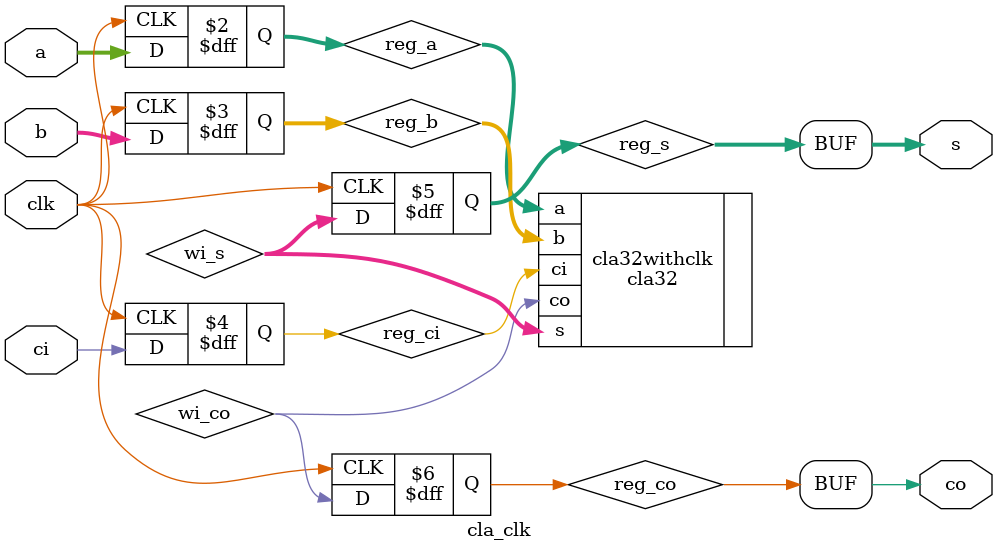
<source format=v>
module cla_clk(clk, a, b, ci, s, co); //CLA module with CLK
	
	input clk;
	input [31:0] a, b;
	input ci; //set input
	
	output [31:0] s;
	output co; //set output
	
	reg [31:0] reg_a, reg_b;
	reg reg_ci;
	reg [31:0] reg_s;
	reg reg_co; //set register
	
	wire [31:0] wi_s;
	wire wi_co; //set wire
	
	always @ (posedge clk)
	begin
		reg_co <= wi_co;
		reg_a <= a;
		reg_b <= b;
		reg_s <= wi_s;
		reg_ci <= ci;
	end //if Clock is at the positive edge, substitute the values at once.
	
	cla32 cla32withclk(.a(reg_a), .b(reg_b), .ci(reg_ci), .s(wi_s), .co(wi_co));
	//run cla32
	
	assign s = reg_s;
	
	assign co = reg_co; //assign

endmodule

</source>
